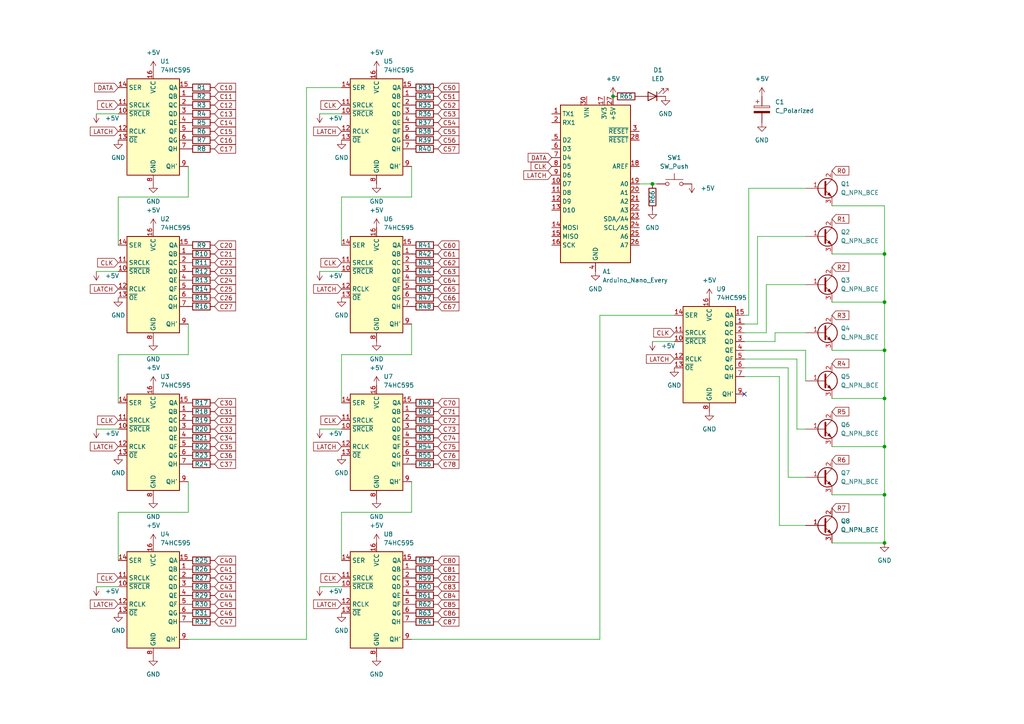
<source format=kicad_sch>
(kicad_sch (version 20211123) (generator eeschema)
  (paper "A4")
  (title_block (title "8x8 LED Cube") (date "2022-12-01") (rev "1") (company "Marinkovic"))
  (lib_symbols
    (symbol "74xx:74HC595"
      (property "Reference" "U" (at -7.62 13.97 0))
      (property "Value" "74HC595" (at -7.62 -16.51 0))
      (symbol "74HC595_1_0"
        (pin tri_state line (at 10.16 7.62 180) (length 2.54) (name "QB") (number "1"))
        (pin input line (at -10.16 2.54 0) (length 2.54) (name "~{SRCLR}") (number "10"))
        (pin input line (at -10.16 5.08 0) (length 2.54) (name "SRCLK") (number "11"))
        (pin input line (at -10.16 -2.54 0) (length 2.54) (name "RCLK") (number "12"))
        (pin input line (at -10.16 -5.08 0) (length 2.54) (name "~{OE}") (number "13"))
        (pin input line (at -10.16 10.16 0) (length 2.54) (name "SER") (number "14"))
        (pin tri_state line (at 10.16 10.16 180) (length 2.54) (name "QA") (number "15"))
        (pin power_in line (at 0 15.24 270) (length 2.54) (name "VCC") (number "16"))
        (pin tri_state line (at 10.16 5.08 180) (length 2.54) (name "QC") (number "2"))
        (pin tri_state line (at 10.16 2.54 180) (length 2.54) (name "QD") (number "3"))
        (pin tri_state line (at 10.16 0 180) (length 2.54) (name "QE") (number "4"))
        (pin tri_state line (at 10.16 -2.54 180) (length 2.54) (name "QF") (number "5"))
        (pin tri_state line (at 10.16 -5.08 180) (length 2.54) (name "QG") (number "6"))
        (pin tri_state line (at 10.16 -7.62 180) (length 2.54) (name "QH") (number "7"))
        (pin power_in line (at 0 -17.78 90) (length 2.54) (name "GND") (number "8"))
        (pin output line (at 10.16 -12.7 180) (length 2.54) (name "QH'") (number "9"))
      )
      (symbol "74HC595_1_1"
        (rectangle (start -7.62 12.7) (end 7.62 -15.24) (stroke (width 0.254)) (fill (type background)))
      )
    )
    (symbol "Device:C_Polarized" (pin_numbers hide) (pin_names (offset 0.254))
      (property "Reference" "C" (at 0.635 2.54 0))
      (property "Value" "C_Polarized" (at 0.635 -2.54 0))
      (symbol "C_Polarized_0_1"
        (rectangle (start -2.286 0.508) (end 2.286 1.016))
        (polyline (pts (xy -1.778 2.286) (xy -0.762 2.286)))
        (polyline (pts (xy -1.27 2.794) (xy -1.27 1.778)))
        (rectangle (start 2.286 -0.508) (end -2.286 -1.016) (fill (type outline)))
      )
      (symbol "C_Polarized_1_1"
        (pin passive line (at 0 3.81 270) (length 2.794) (name "~") (number "1"))
        (pin passive line (at 0 -3.81 90) (length 2.794) (name "~") (number "2"))
      )
    )
    (symbol "Device:LED" (pin_numbers hide) (pin_names (offset 1.016) hide)
      (property "Reference" "D" (at 0 2.54 0))
      (property "Value" "LED" (at 0 -2.54 0))
      (symbol "LED_0_1"
        (polyline (pts (xy -1.27 -1.27) (xy -1.27 1.27)) (stroke (width 0.254)))
        (polyline (pts (xy -1.27 0) (xy 1.27 0)))
        (polyline (pts (xy 1.27 -1.27) (xy 1.27 1.27) (xy -1.27 0) (xy 1.27 -1.27)) (stroke (width 0.254)))
        (polyline (pts (xy -3.048 -0.762) (xy -4.572 -2.286) (xy -3.81 -2.286) (xy -4.572 -2.286) (xy -4.572 -1.524)))
        (polyline (pts (xy -1.778 -0.762) (xy -3.302 -2.286) (xy -2.54 -2.286) (xy -3.302 -2.286) (xy -3.302 -1.524)))
      )
      (symbol "LED_1_1"
        (pin passive line (at -3.81 0 0) (length 2.54) (name "K") (number "1"))
        (pin passive line (at 3.81 0 180) (length 2.54) (name "A") (number "2"))
      )
    )
    (symbol "Device:Q_NPN_BCE" (pin_names (offset 0) hide)
      (property "Reference" "Q" (at 5.08 1.27 0))
      (property "Value" "Q_NPN_BCE" (at 5.08 -1.27 0))
      (symbol "Q_NPN_BCE_0_1"
        (polyline (pts (xy 0.635 0.635) (xy 2.54 2.54)))
        (polyline (pts (xy 0.635 -0.635) (xy 2.54 -2.54) (xy 2.54 -2.54)))
        (polyline (pts (xy 0.635 1.905) (xy 0.635 -1.905) (xy 0.635 -1.905)) (stroke (width 0.508)))
        (polyline (pts (xy 1.27 -1.778) (xy 1.778 -1.27) (xy 2.286 -2.286) (xy 1.27 -1.778) (xy 1.27 -1.778)) (fill (type outline)))
        (circle (center 1.27 0) (radius 2.8194) (stroke (width 0.254)))
      )
      (symbol "Q_NPN_BCE_1_1"
        (pin input line (at -5.08 0 0) (length 5.715) (name "B") (number "1"))
        (pin passive line (at 2.54 5.08 270) (length 2.54) (name "C") (number "2"))
        (pin passive line (at 2.54 -5.08 90) (length 2.54) (name "E") (number "3"))
      )
    )
    (symbol "Device:R" (pin_numbers hide) (pin_names (offset 0))
      (property "Reference" "R" (at 2.032 0 90))
      (property "Value" "R" (at 0 0 90))
      (symbol "R_0_1"
        (rectangle (start -1.016 -2.54) (end 1.016 2.54) (stroke (width 0.254)))
      )
      (symbol "R_1_1"
        (pin passive line (at 0 3.81 270) (length 1.27) (name "~") (number "1"))
        (pin passive line (at 0 -3.81 90) (length 1.27) (name "~") (number "2"))
      )
    )
    (symbol "MCU_Module:Arduino_Nano_Every"
      (property "Reference" "A" (at -10.16 23.495 0))
      (property "Value" "Arduino_Nano_Every" (at 5.08 -24.13 0))
      (symbol "Arduino_Nano_Every_0_1"
        (rectangle (start -10.16 22.86) (end 10.16 -22.86) (stroke (width 0.254)) (fill (type background)))
      )
      (symbol "Arduino_Nano_Every_1_1"
        (pin bidirectional line (at -12.7 20.32 0) (length 2.54) (name "TX1") (number "1"))
        (pin bidirectional line (at -12.7 0 0) (length 2.54) (name "D7") (number "10"))
        (pin bidirectional line (at -12.7 -2.54 0) (length 2.54) (name "D8") (number "11"))
        (pin bidirectional line (at -12.7 -5.08 0) (length 2.54) (name "D9") (number "12"))
        (pin bidirectional line (at -12.7 -7.62 0) (length 2.54) (name "D10") (number "13"))
        (pin bidirectional line (at -12.7 -12.7 0) (length 2.54) (name "MOSI") (number "14"))
        (pin bidirectional line (at -12.7 -15.24 0) (length 2.54) (name "MISO") (number "15"))
        (pin bidirectional line (at -12.7 -17.78 0) (length 2.54) (name "SCK") (number "16"))
        (pin power_out line (at 2.54 25.4 270) (length 2.54) (name "3V3") (number "17"))
        (pin input line (at 12.7 5.08 180) (length 2.54) (name "AREF") (number "18"))
        (pin bidirectional line (at 12.7 0 180) (length 2.54) (name "A0") (number "19"))
        (pin bidirectional line (at -12.7 17.78 0) (length 2.54) (name "RX1") (number "2"))
        (pin bidirectional line (at 12.7 -2.54 180) (length 2.54) (name "A1") (number "20"))
        (pin bidirectional line (at 12.7 -5.08 180) (length 2.54) (name "A2") (number "21"))
        (pin bidirectional line (at 12.7 -7.62 180) (length 2.54) (name "A3") (number "22"))
        (pin bidirectional line (at 12.7 -10.16 180) (length 2.54) (name "SDA/A4") (number "23"))
        (pin bidirectional line (at 12.7 -12.7 180) (length 2.54) (name "SCL/A5") (number "24"))
        (pin bidirectional line (at 12.7 -15.24 180) (length 2.54) (name "A6") (number "25"))
        (pin bidirectional line (at 12.7 -17.78 180) (length 2.54) (name "A7") (number "26"))
        (pin power_out line (at 5.08 25.4 270) (length 2.54) (name "+5V") (number "27"))
        (pin input line (at 12.7 12.7 180) (length 2.54) (name "~{RESET}") (number "28"))
        (pin passive line (at 0 -25.4 90) (length 2.54) hide (name "GND") (number "29"))
        (pin input line (at 12.7 15.24 180) (length 2.54) (name "~{RESET}") (number "3"))
        (pin power_in line (at -2.54 25.4 270) (length 2.54) (name "VIN") (number "30"))
        (pin power_in line (at 0 -25.4 90) (length 2.54) (name "GND") (number "4"))
        (pin bidirectional line (at -12.7 12.7 0) (length 2.54) (name "D2") (number "5"))
        (pin bidirectional line (at -12.7 10.16 0) (length 2.54) (name "D3") (number "6"))
        (pin bidirectional line (at -12.7 7.62 0) (length 2.54) (name "D4") (number "7"))
        (pin bidirectional line (at -12.7 5.08 0) (length 2.54) (name "D5") (number "8"))
        (pin bidirectional line (at -12.7 2.54 0) (length 2.54) (name "D6") (number "9"))
      )
    )
    (symbol "Switch:SW_Push" (pin_numbers hide) (pin_names (offset 1.016) hide)
      (property "Reference" "SW" (at 1.27 2.54 0))
      (property "Value" "SW_Push" (at 0 -1.524 0))
      (symbol "SW_Push_0_1"
        (circle (center -2.032 0) (radius 0.508))
        (polyline (pts (xy 0 1.27) (xy 0 3.048)))
        (polyline (pts (xy 2.54 1.27) (xy -2.54 1.27)))
        (circle (center 2.032 0) (radius 0.508))
        (pin passive line (at -5.08 0 0) (length 2.54) (name "1") (number "1"))
        (pin passive line (at 5.08 0 180) (length 2.54) (name "2") (number "2"))
      )
    )
    (symbol "power:+5V" (power) (pin_names (offset 0))
      (property "Value" "+5V" (at 0 3.556 0))
      (symbol "+5V_0_1"
        (polyline (pts (xy -0.762 1.27) (xy 0 2.54)))
        (polyline (pts (xy 0 0) (xy 0 2.54)))
        (polyline (pts (xy 0 2.54) (xy 0.762 1.27)))
      )
      (symbol "+5V_1_1"
        (pin power_in line (at 0 0 90) (length 0) hide (name "+5V") (number "1"))
      )
    )
    (symbol "power:GND" (power) (pin_names (offset 0))
      (property "Value" "GND" (at 0 -3.81 0))
      (symbol "GND_0_1"
        (polyline (pts (xy 0 0) (xy 0 -1.27) (xy 1.27 -1.27) (xy 0 -2.54) (xy -1.27 -1.27) (xy 0 -1.27)))
      )
      (symbol "GND_1_1"
        (pin power_in line (at 0 0 270) (length 0) hide (name "GND") (number "1"))
      )
    )
  )
  (junction (at 177.8 27.94))
  (junction (at 256.54 115.57))
  (junction (at 256.54 87.63))
  (junction (at 256.54 73.66))
  (junction (at 189.23 53.34))
  (junction (at 256.54 129.54))
  (junction (at 256.54 157.48))
  (junction (at 256.54 143.51))
  (junction (at 256.54 101.6))
  (no_connect (at 215.9 114.3))
  (wire (pts (xy 88.9 25.4) (xy 99.06 25.4)))
  (wire (pts (xy 92.71 33.02) (xy 99.06 33.02)))
  (wire (pts (xy 54.61 48.26) (xy 54.61 57.15)))
  (wire (pts (xy 228.6 106.68) (xy 228.6 138.43)))
  (wire (pts (xy 256.54 157.48) (xy 241.3 157.48)))
  (wire (pts (xy 92.71 78.74) (xy 99.06 78.74)))
  (wire (pts (xy 215.9 96.52) (xy 222.25 96.52)))
  (wire (pts (xy 119.38 185.42) (xy 173.99 185.42)))
  (wire (pts (xy 92.71 170.18) (xy 99.06 170.18)))
  (wire (pts (xy 256.54 73.66) (xy 256.54 87.63)))
  (wire (pts (xy 233.68 101.6) (xy 233.68 110.49)))
  (wire (pts (xy 241.3 59.69) (xy 256.54 59.69)))
  (wire (pts (xy 34.29 102.87) (xy 34.29 116.84)))
  (wire (pts (xy 173.99 91.44) (xy 195.58 91.44)))
  (wire (pts (xy 88.9 185.42) (xy 88.9 25.4)))
  (wire (pts (xy 54.61 148.59) (xy 34.29 148.59)))
  (wire (pts (xy 256.54 115.57) (xy 256.54 129.54)))
  (wire (pts (xy 54.61 57.15) (xy 34.29 57.15)))
  (wire (pts (xy 119.38 139.7) (xy 119.38 148.59)))
  (wire (pts (xy 215.9 101.6) (xy 233.68 101.6)))
  (wire (pts (xy 224.79 96.52) (xy 233.68 96.52)))
  (wire (pts (xy 256.54 115.57) (xy 241.3 115.57)))
  (wire (pts (xy 119.38 93.98) (xy 119.38 102.87)))
  (wire (pts (xy 231.14 124.46) (xy 233.68 124.46)))
  (wire (pts (xy 215.9 106.68) (xy 228.6 106.68)))
  (wire (pts (xy 34.29 57.15) (xy 34.29 71.12)))
  (wire (pts (xy 185.42 53.34) (xy 189.23 53.34)))
  (wire (pts (xy 27.94 124.46) (xy 34.29 124.46)))
  (wire (pts (xy 173.99 185.42) (xy 173.99 91.44)))
  (wire (pts (xy 99.06 102.87) (xy 99.06 116.84)))
  (wire (pts (xy 119.38 148.59) (xy 99.06 148.59)))
  (wire (pts (xy 226.06 109.22) (xy 215.9 109.22)))
  (wire (pts (xy 92.71 124.46) (xy 99.06 124.46)))
  (wire (pts (xy 119.38 48.26) (xy 119.38 57.15)))
  (wire (pts (xy 27.94 33.02) (xy 34.29 33.02)))
  (wire (pts (xy 256.54 59.69) (xy 256.54 73.66)))
  (wire (pts (xy 27.94 170.18) (xy 34.29 170.18)))
  (wire (pts (xy 231.14 104.14) (xy 231.14 124.46)))
  (wire (pts (xy 215.9 104.14) (xy 231.14 104.14)))
  (wire (pts (xy 189.23 99.06) (xy 195.58 99.06)))
  (wire (pts (xy 256.54 143.51) (xy 241.3 143.51)))
  (wire (pts (xy 228.6 138.43) (xy 233.68 138.43)))
  (wire (pts (xy 256.54 87.63) (xy 256.54 101.6)))
  (wire (pts (xy 54.61 139.7) (xy 54.61 148.59)))
  (wire (pts (xy 217.17 91.44) (xy 217.17 54.61)))
  (wire (pts (xy 222.25 96.52) (xy 222.25 82.55)))
  (wire (pts (xy 222.25 82.55) (xy 233.68 82.55)))
  (wire (pts (xy 34.29 148.59) (xy 34.29 162.56)))
  (wire (pts (xy 241.3 73.66) (xy 256.54 73.66)))
  (wire (pts (xy 54.61 185.42) (xy 88.9 185.42)))
  (wire (pts (xy 241.3 87.63) (xy 256.54 87.63)))
  (wire (pts (xy 219.71 93.98) (xy 219.71 68.58)))
  (wire (pts (xy 219.71 68.58) (xy 233.68 68.58)))
  (wire (pts (xy 256.54 101.6) (xy 256.54 115.57)))
  (wire (pts (xy 54.61 102.87) (xy 34.29 102.87)))
  (wire (pts (xy 119.38 57.15) (xy 99.06 57.15)))
  (wire (pts (xy 215.9 99.06) (xy 224.79 99.06)))
  (wire (pts (xy 27.94 78.74) (xy 34.29 78.74)))
  (wire (pts (xy 256.54 129.54) (xy 241.3 129.54)))
  (wire (pts (xy 256.54 101.6) (xy 241.3 101.6)))
  (wire (pts (xy 224.79 99.06) (xy 224.79 96.52)))
  (wire (pts (xy 256.54 129.54) (xy 256.54 143.51)))
  (wire (pts (xy 215.9 91.44) (xy 217.17 91.44)))
  (wire (pts (xy 189.23 53.34) (xy 190.5 53.34)))
  (wire (pts (xy 119.38 102.87) (xy 99.06 102.87)))
  (wire (pts (xy 99.06 57.15) (xy 99.06 71.12)))
  (wire (pts (xy 226.06 152.4) (xy 226.06 109.22)))
  (wire (pts (xy 54.61 93.98) (xy 54.61 102.87)))
  (wire (pts (xy 217.17 54.61) (xy 233.68 54.61)))
  (wire (pts (xy 215.9 93.98) (xy 219.71 93.98)))
  (wire (pts (xy 99.06 148.59) (xy 99.06 162.56)))
  (wire (pts (xy 256.54 143.51) (xy 256.54 157.48)))
  (wire (pts (xy 233.68 152.4) (xy 226.06 152.4)))
  (global_label "DATA" (shape input) (at 34.29 25.4 180) (property "Intersheet References" "${INTERSHEET_REFS}" (effects hide)))
  (global_label "C23" (shape input) (at 62.23 78.74 0) (property "Intersheet References" "${INTERSHEET_REFS}" (effects hide)))
  (global_label "C43" (shape input) (at 62.23 170.18 0) (property "Intersheet References" "${INTERSHEET_REFS}" (effects hide)))
  (global_label "C16" (shape input) (at 62.23 40.64 0) (property "Intersheet References" "${INTERSHEET_REFS}" (effects hide)))
  (global_label "LATCH" (shape input) (at 99.06 175.26 180) (property "Intersheet References" "${INTERSHEET_REFS}" (effects hide)))
  (global_label "LATCH" (shape input) (at 34.29 175.26 180) (property "Intersheet References" "${INTERSHEET_REFS}" (effects hide)))
  (global_label "C13" (shape input) (at 62.23 33.02 0) (property "Intersheet References" "${INTERSHEET_REFS}" (effects hide)))
  (global_label "C83" (shape input) (at 127 170.18 0) (property "Intersheet References" "${INTERSHEET_REFS}" (effects hide)))
  (global_label "CLK" (shape input) (at 34.29 167.64 180) (property "Intersheet References" "${INTERSHEET_REFS}" (effects hide)))
  (global_label "CLK" (shape input) (at 34.29 121.92 180) (property "Intersheet References" "${INTERSHEET_REFS}" (effects hide)))
  (global_label "CLK" (shape input) (at 34.29 30.48 180) (property "Intersheet References" "${INTERSHEET_REFS}" (effects hide)))
  (global_label "C26" (shape input) (at 62.23 86.36 0) (property "Intersheet References" "${INTERSHEET_REFS}" (effects hide)))
  (global_label "C62" (shape input) (at 127 76.2 0) (property "Intersheet References" "${INTERSHEET_REFS}" (effects hide)))
  (global_label "C54" (shape input) (at 127 35.56 0) (property "Intersheet References" "${INTERSHEET_REFS}" (effects hide)))
  (global_label "C45" (shape input) (at 62.23 175.26 0) (property "Intersheet References" "${INTERSHEET_REFS}" (effects hide)))
  (global_label "C46" (shape input) (at 62.23 177.8 0) (property "Intersheet References" "${INTERSHEET_REFS}" (effects hide)))
  (global_label "C53" (shape input) (at 127 33.02 0) (property "Intersheet References" "${INTERSHEET_REFS}" (effects hide)))
  (global_label "C14" (shape input) (at 62.23 35.56 0) (property "Intersheet References" "${INTERSHEET_REFS}" (effects hide)))
  (global_label "R6" (shape input) (at 241.3 133.35 0) (property "Intersheet References" "${INTERSHEET_REFS}" (effects hide)))
  (global_label "C81" (shape input) (at 127 165.1 0) (property "Intersheet References" "${INTERSHEET_REFS}" (effects hide)))
  (global_label "C73" (shape input) (at 127 124.46 0) (property "Intersheet References" "${INTERSHEET_REFS}" (effects hide)))
  (global_label "C15" (shape input) (at 62.23 38.1 0) (property "Intersheet References" "${INTERSHEET_REFS}" (effects hide)))
  (global_label "CLK" (shape input) (at 195.58 96.52 180) (property "Intersheet References" "${INTERSHEET_REFS}" (effects hide)))
  (global_label "C42" (shape input) (at 62.23 167.64 0) (property "Intersheet References" "${INTERSHEET_REFS}" (effects hide)))
  (global_label "C55" (shape input) (at 127 38.1 0) (property "Intersheet References" "${INTERSHEET_REFS}" (effects hide)))
  (global_label "C34" (shape input) (at 62.23 127 0) (property "Intersheet References" "${INTERSHEET_REFS}" (effects hide)))
  (global_label "C56" (shape input) (at 127 40.64 0) (property "Intersheet References" "${INTERSHEET_REFS}" (effects hide)))
  (global_label "C70" (shape input) (at 127 116.84 0) (property "Intersheet References" "${INTERSHEET_REFS}" (effects hide)))
  (global_label "C11" (shape input) (at 62.23 27.94 0) (property "Intersheet References" "${INTERSHEET_REFS}" (effects hide)))
  (global_label "C41" (shape input) (at 62.23 165.1 0) (property "Intersheet References" "${INTERSHEET_REFS}" (effects hide)))
  (global_label "C82" (shape input) (at 127 167.64 0) (property "Intersheet References" "${INTERSHEET_REFS}" (effects hide)))
  (global_label "C84" (shape input) (at 127 172.72 0) (property "Intersheet References" "${INTERSHEET_REFS}" (effects hide)))
  (global_label "C52" (shape input) (at 127 30.48 0) (property "Intersheet References" "${INTERSHEET_REFS}" (effects hide)))
  (global_label "C22" (shape input) (at 62.23 76.2 0) (property "Intersheet References" "${INTERSHEET_REFS}" (effects hide)))
  (global_label "C24" (shape input) (at 62.23 81.28 0) (property "Intersheet References" "${INTERSHEET_REFS}" (effects hide)))
  (global_label "LATCH" (shape input) (at 99.06 83.82 180) (property "Intersheet References" "${INTERSHEET_REFS}" (effects hide)))
  (global_label "LATCH" (shape input) (at 34.29 83.82 180) (property "Intersheet References" "${INTERSHEET_REFS}" (effects hide)))
  (global_label "CLK" (shape input) (at 160.02 48.26 180) (property "Intersheet References" "${INTERSHEET_REFS}" (effects hide)))
  (global_label "R7" (shape input) (at 241.3 147.32 0) (property "Intersheet References" "${INTERSHEET_REFS}" (effects hide)))
  (global_label "C32" (shape input) (at 62.23 121.92 0) (property "Intersheet References" "${INTERSHEET_REFS}" (effects hide)))
  (global_label "C63" (shape input) (at 127 78.74 0) (property "Intersheet References" "${INTERSHEET_REFS}" (effects hide)))
  (global_label "R4" (shape input) (at 241.3 105.41 0) (property "Intersheet References" "${INTERSHEET_REFS}" (effects hide)))
  (global_label "CLK" (shape input) (at 99.06 121.92 180) (property "Intersheet References" "${INTERSHEET_REFS}" (effects hide)))
  (global_label "C75" (shape input) (at 127 129.54 0) (property "Intersheet References" "${INTERSHEET_REFS}" (effects hide)))
  (global_label "C71" (shape input) (at 127 119.38 0) (property "Intersheet References" "${INTERSHEET_REFS}" (effects hide)))
  (global_label "C65" (shape input) (at 127 83.82 0) (property "Intersheet References" "${INTERSHEET_REFS}" (effects hide)))
  (global_label "C78" (shape input) (at 127 134.62 0) (property "Intersheet References" "${INTERSHEET_REFS}" (effects hide)))
  (global_label "C40" (shape input) (at 62.23 162.56 0) (property "Intersheet References" "${INTERSHEET_REFS}" (effects hide)))
  (global_label "C66" (shape input) (at 127 86.36 0) (property "Intersheet References" "${INTERSHEET_REFS}" (effects hide)))
  (global_label "C85" (shape input) (at 127 175.26 0) (property "Intersheet References" "${INTERSHEET_REFS}" (effects hide)))
  (global_label "LATCH" (shape input) (at 34.29 38.1 180) (property "Intersheet References" "${INTERSHEET_REFS}" (effects hide)))
  (global_label "R2" (shape input) (at 241.3 77.47 0) (property "Intersheet References" "${INTERSHEET_REFS}" (effects hide)))
  (global_label "DATA" (shape input) (at 160.02 45.72 180) (property "Intersheet References" "${INTERSHEET_REFS}" (effects hide)))
  (global_label "C10" (shape input) (at 62.23 25.4 0) (property "Intersheet References" "${INTERSHEET_REFS}" (effects hide)))
  (global_label "C76" (shape input) (at 127 132.08 0) (property "Intersheet References" "${INTERSHEET_REFS}" (effects hide)))
  (global_label "C31" (shape input) (at 62.23 119.38 0) (property "Intersheet References" "${INTERSHEET_REFS}" (effects hide)))
  (global_label "R0" (shape input) (at 241.3 49.53 0) (property "Intersheet References" "${INTERSHEET_REFS}" (effects hide)))
  (global_label "C60" (shape input) (at 127 71.12 0) (property "Intersheet References" "${INTERSHEET_REFS}" (effects hide)))
  (global_label "C33" (shape input) (at 62.23 124.46 0) (property "Intersheet References" "${INTERSHEET_REFS}" (effects hide)))
  (global_label "C74" (shape input) (at 127 127 0) (property "Intersheet References" "${INTERSHEET_REFS}" (effects hide)))
  (global_label "CLK" (shape input) (at 34.29 76.2 180) (property "Intersheet References" "${INTERSHEET_REFS}" (effects hide)))
  (global_label "R1" (shape input) (at 241.3 63.5 0) (property "Intersheet References" "${INTERSHEET_REFS}" (effects hide)))
  (global_label "CLK" (shape input) (at 99.06 167.64 180) (property "Intersheet References" "${INTERSHEET_REFS}" (effects hide)))
  (global_label "C12" (shape input) (at 62.23 30.48 0) (property "Intersheet References" "${INTERSHEET_REFS}" (effects hide)))
  (global_label "C57" (shape input) (at 127 43.18 0) (property "Intersheet References" "${INTERSHEET_REFS}" (effects hide)))
  (global_label "CLK" (shape input) (at 99.06 76.2 180) (property "Intersheet References" "${INTERSHEET_REFS}" (effects hide)))
  (global_label "C27" (shape input) (at 62.23 88.9 0) (property "Intersheet References" "${INTERSHEET_REFS}" (effects hide)))
  (global_label "C80" (shape input) (at 127 162.56 0) (property "Intersheet References" "${INTERSHEET_REFS}" (effects hide)))
  (global_label "R5" (shape input) (at 241.3 119.38 0) (property "Intersheet References" "${INTERSHEET_REFS}" (effects hide)))
  (global_label "C20" (shape input) (at 62.23 71.12 0) (property "Intersheet References" "${INTERSHEET_REFS}" (effects hide)))
  (global_label "C36" (shape input) (at 62.23 132.08 0) (property "Intersheet References" "${INTERSHEET_REFS}" (effects hide)))
  (global_label "LATCH" (shape input) (at 99.06 38.1 180) (property "Intersheet References" "${INTERSHEET_REFS}" (effects hide)))
  (global_label "LATCH" (shape input) (at 195.58 104.14 180) (property "Intersheet References" "${INTERSHEET_REFS}" (effects hide)))
  (global_label "C67" (shape input) (at 127 88.9 0) (property "Intersheet References" "${INTERSHEET_REFS}" (effects hide)))
  (global_label "C21" (shape input) (at 62.23 73.66 0) (property "Intersheet References" "${INTERSHEET_REFS}" (effects hide)))
  (global_label "C50" (shape input) (at 127 25.4 0) (property "Intersheet References" "${INTERSHEET_REFS}" (effects hide)))
  (global_label "C47" (shape input) (at 62.23 180.34 0) (property "Intersheet References" "${INTERSHEET_REFS}" (effects hide)))
  (global_label "R3" (shape input) (at 241.3 91.44 0) (property "Intersheet References" "${INTERSHEET_REFS}" (effects hide)))
  (global_label "C25" (shape input) (at 62.23 83.82 0) (property "Intersheet References" "${INTERSHEET_REFS}" (effects hide)))
  (global_label "C17" (shape input) (at 62.23 43.18 0) (property "Intersheet References" "${INTERSHEET_REFS}" (effects hide)))
  (global_label "C35" (shape input) (at 62.23 129.54 0) (property "Intersheet References" "${INTERSHEET_REFS}" (effects hide)))
  (global_label "C37" (shape input) (at 62.23 134.62 0) (property "Intersheet References" "${INTERSHEET_REFS}" (effects hide)))
  (global_label "C44" (shape input) (at 62.23 172.72 0) (property "Intersheet References" "${INTERSHEET_REFS}" (effects hide)))
  (global_label "C64" (shape input) (at 127 81.28 0) (property "Intersheet References" "${INTERSHEET_REFS}" (effects hide)))
  (global_label "C87" (shape input) (at 127 180.34 0) (property "Intersheet References" "${INTERSHEET_REFS}" (effects hide)))
  (global_label "LATCH" (shape input) (at 99.06 129.54 180) (property "Intersheet References" "${INTERSHEET_REFS}" (effects hide)))
  (global_label "C72" (shape input) (at 127 121.92 0) (property "Intersheet References" "${INTERSHEET_REFS}" (effects hide)))
  (global_label "C51" (shape input) (at 127 27.94 0) (property "Intersheet References" "${INTERSHEET_REFS}" (effects hide)))
  (global_label "C86" (shape input) (at 127 177.8 0) (property "Intersheet References" "${INTERSHEET_REFS}" (effects hide)))
  (global_label "LATCH" (shape input) (at 160.02 50.8 180) (property "Intersheet References" "${INTERSHEET_REFS}" (effects hide)))
  (global_label "C61" (shape input) (at 127 73.66 0) (property "Intersheet References" "${INTERSHEET_REFS}" (effects hide)))
  (global_label "LATCH" (shape input) (at 34.29 129.54 180) (property "Intersheet References" "${INTERSHEET_REFS}" (effects hide)))
  (global_label "CLK" (shape input) (at 99.06 30.48 180) (property "Intersheet References" "${INTERSHEET_REFS}" (effects hide)))
  (global_label "C30" (shape input) (at 62.23 116.84 0) (property "Intersheet References" "${INTERSHEET_REFS}" (effects hide)))
  (symbol (lib_id "Device:R") (at 123.19 83.82 90) (unit 1)
    (property "Reference" "R46" (at 123.19 83.82 90))
    (property "Value" "R" (effects hide))
  )
  (symbol (lib_id "power:GND") (at 256.54 157.48 0) (unit 1)
    (property "Reference" "#PWR037" (effects hide))
    (property "Value" "GND" (at 256.54 162.56 0))
  )
  (symbol (lib_id "Device:R") (at 123.19 172.72 90) (unit 1)
    (property "Reference" "R61" (at 123.19 172.72 90))
    (property "Value" "R" (effects hide))
  )
  (symbol (lib_id "Device:R") (at 58.42 40.64 90) (unit 1)
    (property "Reference" "R7" (at 58.42 40.64 90))
    (property "Value" "R" (effects hide))
  )
  (symbol (lib_id "Device:R") (at 58.42 83.82 90) (unit 1)
    (property "Reference" "R14" (at 58.42 83.82 90))
    (property "Value" "R" (effects hide))
  )
  (symbol (lib_id "Device:R") (at 123.19 124.46 90) (unit 1)
    (property "Reference" "R52" (at 123.19 124.46 90))
    (property "Value" "R" (effects hide))
  )
  (symbol (lib_id "Device:R") (at 123.19 35.56 90) (unit 1)
    (property "Reference" "R37" (at 123.19 35.56 90))
    (property "Value" "R" (effects hide))
  )
  (symbol (lib_id "Device:R") (at 123.19 175.26 90) (unit 1)
    (property "Reference" "R62" (at 123.19 175.26 90))
    (property "Value" "R" (effects hide))
  )
  (symbol (lib_id "Device:R") (at 123.19 33.02 90) (unit 1)
    (property "Reference" "R36" (at 123.19 33.02 90))
    (property "Value" "R" (effects hide))
  )
  (symbol (lib_id "Device:R") (at 58.42 27.94 90) (unit 1)
    (property "Reference" "R2" (at 58.42 27.94 90))
    (property "Value" "R" (effects hide))
  )
  (symbol (lib_id "Device:R") (at 123.19 40.64 90) (unit 1)
    (property "Reference" "R39" (at 123.19 40.64 90))
    (property "Value" "R" (effects hide))
  )
  (symbol (lib_id "power:+5V") (at 92.71 78.74 180) (unit 1)
    (property "Reference" "#PWR018" (effects hide))
    (property "Value" "+5V" (at 95.25 80.0099 0) (effects (justify right)))
  )
  (symbol (lib_id "Device:R") (at 58.42 43.18 90) (unit 1)
    (property "Reference" "R8" (at 58.42 43.18 90))
    (property "Value" "R" (effects hide))
  )
  (symbol (lib_id "Device:R") (at 58.42 121.92 90) (unit 1)
    (property "Reference" "R19" (at 58.42 121.92 90))
    (property "Value" "R" (effects hide))
  )
  (symbol (lib_id "power:GND") (at 99.06 132.08 0) (unit 1)
    (property "Reference" "#PWR023" (effects hide))
    (property "Value" "GND" (at 99.06 137.16 0))
  )
  (symbol (lib_id "Device:Q_NPN_BCE") (at 238.76 96.52 0) (unit 1)
    (property "Reference" "Q4" (at 243.84 95.2499 0) (effects (justify left)))
    (property "Value" "Q_NPN_BCE" (at 243.84 97.7899 0) (effects (justify left)))
  )
  (symbol (lib_id "Device:Q_NPN_BCE") (at 238.76 124.46 0) (unit 1)
    (property "Reference" "Q6" (at 243.84 123.1899 0) (effects (justify left)))
    (property "Value" "Q_NPN_BCE" (at 243.84 125.7299 0) (effects (justify left)))
  )
  (symbol (lib_id "74xx:74HC595") (at 44.45 127 0) (unit 1)
    (property "Reference" "U3" (at 46.4694 109.22 0) (effects (justify left)))
    (property "Value" "74HC595" (at 46.4694 111.76 0) (effects (justify left)))
    (property "Datasheet" "http://www.ti.com/lit/ds/symlink/sn74hc595.pdf" (effects hide))
  )
  (symbol (lib_id "74xx:74HC595") (at 109.22 35.56 0) (unit 1)
    (property "Reference" "U5" (at 111.2394 17.78 0) (effects (justify left)))
    (property "Value" "74HC595" (at 111.2394 20.32 0) (effects (justify left)))
    (property "Datasheet" "http://www.ti.com/lit/ds/symlink/sn74hc595.pdf" (effects hide))
  )
  (symbol (lib_id "power:GND") (at 34.29 132.08 0) (unit 1)
    (property "Reference" "#PWR07" (effects hide))
    (property "Value" "GND" (at 34.29 137.16 0))
  )
  (symbol (lib_id "power:GND") (at 44.45 53.34 0) (unit 1)
    (property "Reference" "#PWR010" (effects hide))
    (property "Value" "GND" (at 44.45 58.42 0))
  )
  (symbol (lib_id "Device:R") (at 58.42 162.56 90) (unit 1)
    (property "Reference" "R25" (at 58.42 162.56 90))
    (property "Value" "R" (effects hide))
  )
  (symbol (lib_id "Switch:SW_Push") (at 195.58 53.34 0) (unit 1)
    (property "Reference" "SW1" (at 195.58 45.72 0))
    (property "Value" "SW_Push" (at 195.58 48.26 0))
  )
  (symbol (lib_id "Device:R") (at 123.19 43.18 90) (unit 1)
    (property "Reference" "R40" (at 123.19 43.18 90))
    (property "Value" "R" (effects hide))
  )
  (symbol (lib_id "Device:R") (at 58.42 33.02 90) (unit 1)
    (property "Reference" "R4" (at 58.42 33.02 90))
    (property "Value" "R" (effects hide))
  )
  (symbol (lib_id "Device:R") (at 123.19 78.74 90) (unit 1)
    (property "Reference" "R44" (at 123.19 78.74 90))
    (property "Value" "R" (effects hide))
  )
  (symbol (lib_id "Device:R") (at 123.19 71.12 90) (unit 1)
    (property "Reference" "R41" (at 123.19 71.12 90))
    (property "Value" "R" (effects hide))
  )
  (symbol (lib_id "Device:R") (at 123.19 76.2 90) (unit 1)
    (property "Reference" "R43" (at 123.19 76.2 90))
    (property "Value" "R" (effects hide))
  )
  (symbol (lib_id "Device:R") (at 123.19 127 90) (unit 1)
    (property "Reference" "R53" (at 123.19 127 90))
    (property "Value" "R" (effects hide))
  )
  (symbol (lib_id "Device:Q_NPN_BCE") (at 238.76 138.43 0) (unit 1)
    (property "Reference" "Q7" (at 243.84 137.1599 0) (effects (justify left)))
    (property "Value" "Q_NPN_BCE" (at 243.84 139.6999 0) (effects (justify left)))
  )
  (symbol (lib_id "power:GND") (at 109.22 99.06 0) (unit 1)
    (property "Reference" "#PWR028" (effects hide))
    (property "Value" "GND" (at 109.22 104.14 0))
  )
  (symbol (lib_id "Device:R") (at 58.42 127 90) (unit 1)
    (property "Reference" "R21" (at 58.42 127 90))
    (property "Value" "R" (effects hide))
  )
  (symbol (lib_id "power:+5V") (at 177.8 27.94 0) (unit 1)
    (property "Reference" "#PWR039" (effects hide))
    (property "Value" "+5V" (at 177.8 22.86 0))
  )
  (symbol (lib_id "Device:R") (at 58.42 134.62 90) (unit 1)
    (property "Reference" "R24" (at 58.42 134.62 90))
    (property "Value" "R" (effects hide))
  )
  (symbol (lib_id "Device:R") (at 189.23 57.15 180) (unit 1)
    (property "Reference" "R66" (at 189.23 57.15 90))
    (property "Value" "R" (effects hide))
  )
  (symbol (lib_id "Device:R") (at 123.19 165.1 90) (unit 1)
    (property "Reference" "R58" (at 123.19 165.1 90))
    (property "Value" "R" (effects hide))
  )
  (symbol (lib_id "Device:R") (at 123.19 25.4 90) (unit 1)
    (property "Reference" "R33" (at 123.19 25.4 90))
    (property "Value" "R" (effects hide))
  )
  (symbol (lib_id "power:GND") (at 195.58 106.68 0) (unit 1)
    (property "Reference" "#PWR034" (effects hide))
    (property "Value" "GND" (at 195.58 111.76 0))
  )
  (symbol (lib_id "MCU_Module:Arduino_Nano_Every") (at 172.72 53.34 0) (unit 1)
    (property "Reference" "A1" (at 174.7394 78.74 0) (effects (justify left)))
    (property "Value" "Arduino_Nano_Every" (at 174.7394 81.28 0) (effects (justify left)))
    (property "Footprint" "Module:Arduino_Nano" (effects hide))
    (property "Datasheet" "https://content.arduino.cc/assets/NANOEveryV3.0_sch.pdf" (effects hide))
  )
  (symbol (lib_id "Device:R") (at 58.42 175.26 90) (unit 1)
    (property "Reference" "R30" (at 58.42 175.26 90))
    (property "Value" "R" (effects hide))
  )
  (symbol (lib_id "Device:R") (at 123.19 132.08 90) (unit 1)
    (property "Reference" "R55" (at 123.19 132.08 90))
    (property "Value" "R" (effects hide))
  )
  (symbol (lib_id "power:GND") (at 193.04 27.94 0) (unit 1)
    (property "Reference" "#PWR040" (effects hide))
    (property "Value" "GND" (at 193.04 33.02 0))
  )
  (symbol (lib_id "Device:R") (at 58.42 129.54 90) (unit 1)
    (property "Reference" "R22" (at 58.42 129.54 90))
    (property "Value" "R" (effects hide))
  )
  (symbol (lib_id "power:GND") (at 34.29 86.36 0) (unit 1)
    (property "Reference" "#PWR06" (effects hide))
    (property "Value" "GND" (at 34.29 91.44 0))
  )
  (symbol (lib_id "Device:R") (at 58.42 119.38 90) (unit 1)
    (property "Reference" "R18" (at 58.42 119.38 90))
    (property "Value" "R" (effects hide))
  )
  (symbol (lib_id "Device:R") (at 123.19 121.92 90) (unit 1)
    (property "Reference" "R51" (at 123.19 121.92 90))
    (property "Value" "R" (effects hide))
  )
  (symbol (lib_id "power:GND") (at 189.23 60.96 0) (unit 1)
    (property "Reference" "#PWR041" (effects hide))
    (property "Value" "GND" (at 189.23 66.04 0))
  )
  (symbol (lib_id "Device:R") (at 58.42 124.46 90) (unit 1)
    (property "Reference" "R20" (at 58.42 124.46 90))
    (property "Value" "R" (effects hide))
  )
  (symbol (lib_id "power:+5V") (at 92.71 170.18 180) (unit 1)
    (property "Reference" "#PWR020" (effects hide))
    (property "Value" "+5V" (at 95.25 171.4499 0) (effects (justify right)))
  )
  (symbol (lib_id "power:+5V") (at 44.45 157.48 0) (unit 1)
    (property "Reference" "#PWR015" (effects hide))
    (property "Value" "+5V" (at 44.45 152.4 0))
  )
  (symbol (lib_id "Device:R") (at 123.19 73.66 90) (unit 1)
    (property "Reference" "R42" (at 123.19 73.66 90))
    (property "Value" "R" (effects hide))
  )
  (symbol (lib_id "Device:R") (at 58.42 86.36 90) (unit 1)
    (property "Reference" "R15" (at 58.42 86.36 90))
    (property "Value" "R" (effects hide))
  )
  (symbol (lib_id "Device:R") (at 58.42 88.9 90) (unit 1)
    (property "Reference" "R16" (at 58.42 88.9 90))
    (property "Value" "R" (effects hide))
  )
  (symbol (lib_id "power:+5V") (at 109.22 66.04 0) (unit 1)
    (property "Reference" "#PWR027" (effects hide))
    (property "Value" "+5V" (at 109.22 60.96 0))
  )
  (symbol (lib_id "power:+5V") (at 220.98 27.94 0) (unit 1)
    (property "Reference" "#PWR043" (effects hide))
    (property "Value" "+5V" (at 220.98 22.86 0))
  )
  (symbol (lib_id "power:+5V") (at 92.71 124.46 180) (unit 1)
    (property "Reference" "#PWR019" (effects hide))
    (property "Value" "+5V" (at 95.25 125.7299 0) (effects (justify right)))
  )
  (symbol (lib_id "Device:Q_NPN_BCE") (at 238.76 68.58 0) (unit 1)
    (property "Reference" "Q2" (at 243.84 67.3099 0) (effects (justify left)))
    (property "Value" "Q_NPN_BCE" (at 243.84 69.8499 0) (effects (justify left)))
  )
  (symbol (lib_id "power:+5V") (at 109.22 111.76 0) (unit 1)
    (property "Reference" "#PWR029" (effects hide))
    (property "Value" "+5V" (at 109.22 106.68 0))
  )
  (symbol (lib_id "power:+5V") (at 200.66 53.34 180) (unit 1)
    (property "Reference" "#PWR042" (effects hide))
    (property "Value" "+5V" (at 203.2 54.6099 0) (effects (justify right)))
  )
  (symbol (lib_id "power:+5V") (at 27.94 124.46 180) (unit 1)
    (property "Reference" "#PWR03" (effects hide))
    (property "Value" "+5V" (at 30.48 125.7299 0) (effects (justify right)))
  )
  (symbol (lib_id "power:GND") (at 34.29 177.8 0) (unit 1)
    (property "Reference" "#PWR08" (effects hide))
    (property "Value" "GND" (at 34.29 182.88 0))
  )
  (symbol (lib_id "Device:R") (at 123.19 30.48 90) (unit 1)
    (property "Reference" "R35" (at 123.19 30.48 90))
    (property "Value" "R" (effects hide))
  )
  (symbol (lib_id "74xx:74HC595") (at 44.45 172.72 0) (unit 1)
    (property "Reference" "U4" (at 46.4694 154.94 0) (effects (justify left)))
    (property "Value" "74HC595" (at 46.4694 157.48 0) (effects (justify left)))
    (property "Datasheet" "http://www.ti.com/lit/ds/symlink/sn74hc595.pdf" (effects hide))
  )
  (symbol (lib_id "Device:R") (at 123.19 162.56 90) (unit 1)
    (property "Reference" "R57" (at 123.19 162.56 90))
    (property "Value" "R" (effects hide))
  )
  (symbol (lib_id "power:+5V") (at 27.94 170.18 180) (unit 1)
    (property "Reference" "#PWR04" (effects hide))
    (property "Value" "+5V" (at 30.48 171.4499 0) (effects (justify right)))
  )
  (symbol (lib_id "power:GND") (at 99.06 86.36 0) (unit 1)
    (property "Reference" "#PWR022" (effects hide))
    (property "Value" "GND" (at 99.06 91.44 0))
  )
  (symbol (lib_id "74xx:74HC595") (at 109.22 127 0) (unit 1)
    (property "Reference" "U7" (at 111.2394 109.22 0) (effects (justify left)))
    (property "Value" "74HC595" (at 111.2394 111.76 0) (effects (justify left)))
    (property "Datasheet" "http://www.ti.com/lit/ds/symlink/sn74hc595.pdf" (effects hide))
  )
  (symbol (lib_id "Device:R") (at 58.42 132.08 90) (unit 1)
    (property "Reference" "R23" (at 58.42 132.08 90))
    (property "Value" "R" (effects hide))
  )
  (symbol (lib_id "Device:R") (at 58.42 172.72 90) (unit 1)
    (property "Reference" "R29" (at 58.42 172.72 90))
    (property "Value" "R" (effects hide))
  )
  (symbol (lib_id "Device:R") (at 58.42 165.1 90) (unit 1)
    (property "Reference" "R26" (at 58.42 165.1 90))
    (property "Value" "R" (effects hide))
  )
  (symbol (lib_id "power:GND") (at 99.06 177.8 0) (unit 1)
    (property "Reference" "#PWR024" (effects hide))
    (property "Value" "GND" (at 99.06 182.88 0))
  )
  (symbol (lib_id "74xx:74HC595") (at 44.45 35.56 0) (unit 1)
    (property "Reference" "U1" (at 46.4694 17.78 0) (effects (justify left)))
    (property "Value" "74HC595" (at 46.4694 20.32 0) (effects (justify left)))
    (property "Datasheet" "http://www.ti.com/lit/ds/symlink/sn74hc595.pdf" (effects hide))
  )
  (symbol (lib_id "power:GND") (at 172.72 78.74 0) (unit 1)
    (property "Reference" "#PWR038" (effects hide))
    (property "Value" "GND" (at 172.72 83.82 0))
  )
  (symbol (lib_id "power:+5V") (at 44.45 111.76 0) (unit 1)
    (property "Reference" "#PWR013" (effects hide))
    (property "Value" "+5V" (at 44.45 106.68 0))
  )
  (symbol (lib_id "Device:R") (at 123.19 129.54 90) (unit 1)
    (property "Reference" "R54" (at 123.19 129.54 90))
    (property "Value" "R" (effects hide))
  )
  (symbol (lib_id "Device:R") (at 58.42 180.34 90) (unit 1)
    (property "Reference" "R32" (at 58.42 180.34 90))
    (property "Value" "R" (effects hide))
  )
  (symbol (lib_id "Device:R") (at 123.19 177.8 90) (unit 1)
    (property "Reference" "R63" (at 123.19 177.8 90))
    (property "Value" "R" (effects hide))
  )
  (symbol (lib_id "power:GND") (at 109.22 53.34 0) (unit 1)
    (property "Reference" "#PWR026" (effects hide))
    (property "Value" "GND" (at 109.22 58.42 0))
  )
  (symbol (lib_id "Device:R") (at 123.19 116.84 90) (unit 1)
    (property "Reference" "R49" (at 123.19 116.84 90))
    (property "Value" "R" (effects hide))
  )
  (symbol (lib_id "Device:LED") (at 189.23 27.94 180) (unit 1)
    (property "Reference" "D1" (at 190.8175 20.32 0))
    (property "Value" "LED" (at 190.8175 22.86 0))
  )
  (symbol (lib_id "Device:R") (at 58.42 170.18 90) (unit 1)
    (property "Reference" "R28" (at 58.42 170.18 90))
    (property "Value" "R" (effects hide))
  )
  (symbol (lib_id "Device:R") (at 123.19 134.62 90) (unit 1)
    (property "Reference" "R56" (at 123.19 134.62 90))
    (property "Value" "R" (effects hide))
  )
  (symbol (lib_id "Device:R") (at 58.42 81.28 90) (unit 1)
    (property "Reference" "R13" (at 58.42 81.28 90))
    (property "Value" "R" (effects hide))
  )
  (symbol (lib_id "Device:C_Polarized") (at 220.98 31.75 0) (unit 1)
    (property "Reference" "C1" (at 224.79 29.5909 0) (effects (justify left)))
    (property "Value" "C_Polarized" (at 224.79 32.1309 0) (effects (justify left)))
  )
  (symbol (lib_id "power:+5V") (at 109.22 20.32 0) (unit 1)
    (property "Reference" "#PWR025" (effects hide))
    (property "Value" "+5V" (at 109.22 15.24 0))
  )
  (symbol (lib_id "Device:R") (at 123.19 119.38 90) (unit 1)
    (property "Reference" "R50" (at 123.19 119.38 90))
    (property "Value" "R" (effects hide))
  )
  (symbol (lib_id "74xx:74HC595") (at 109.22 172.72 0) (unit 1)
    (property "Reference" "U8" (at 111.2394 154.94 0) (effects (justify left)))
    (property "Value" "74HC595" (at 111.2394 157.48 0) (effects (justify left)))
    (property "Datasheet" "http://www.ti.com/lit/ds/symlink/sn74hc595.pdf" (effects hide))
  )
  (symbol (lib_id "power:GND") (at 109.22 144.78 0) (unit 1)
    (property "Reference" "#PWR030" (effects hide))
    (property "Value" "GND" (at 109.22 149.86 0))
  )
  (symbol (lib_id "power:+5V") (at 189.23 99.06 180) (unit 1)
    (property "Reference" "#PWR033" (effects hide))
    (property "Value" "+5V" (at 191.77 100.3299 0) (effects (justify right)))
  )
  (symbol (lib_id "power:GND") (at 220.98 35.56 0) (unit 1)
    (property "Reference" "#PWR044" (effects hide))
    (property "Value" "GND" (at 220.98 40.64 0))
  )
  (symbol (lib_id "Device:Q_NPN_BCE") (at 238.76 54.61 0) (unit 1)
    (property "Reference" "Q1" (at 243.84 53.3399 0) (effects (justify left)))
    (property "Value" "Q_NPN_BCE" (at 243.84 55.8799 0) (effects (justify left)))
  )
  (symbol (lib_id "power:+5V") (at 205.74 86.36 0) (unit 1)
    (property "Reference" "#PWR035" (effects hide))
    (property "Value" "+5V" (at 205.74 81.28 0))
  )
  (symbol (lib_id "Device:R") (at 58.42 167.64 90) (unit 1)
    (property "Reference" "R27" (at 58.42 167.64 90))
    (property "Value" "R" (effects hide))
  )
  (symbol (lib_id "Device:R") (at 58.42 116.84 90) (unit 1)
    (property "Reference" "R17" (at 58.42 116.84 90))
    (property "Value" "R" (effects hide))
  )
  (symbol (lib_id "Device:R") (at 123.19 170.18 90) (unit 1)
    (property "Reference" "R60" (at 123.19 170.18 90))
    (property "Value" "R" (effects hide))
  )
  (symbol (lib_id "Device:R") (at 58.42 38.1 90) (unit 1)
    (property "Reference" "R6" (at 58.42 38.1 90))
    (property "Value" "R" (effects hide))
  )
  (symbol (lib_id "power:GND") (at 34.29 40.64 0) (unit 1)
    (property "Reference" "#PWR05" (effects hide))
    (property "Value" "GND" (at 34.29 45.72 0))
  )
  (symbol (lib_id "power:GND") (at 205.74 119.38 0) (unit 1)
    (property "Reference" "#PWR036" (effects hide))
    (property "Value" "GND" (at 205.74 124.46 0))
  )
  (symbol (lib_id "74xx:74HC595") (at 109.22 81.28 0) (unit 1)
    (property "Reference" "U6" (at 111.2394 63.5 0) (effects (justify left)))
    (property "Value" "74HC595" (at 111.2394 66.04 0) (effects (justify left)))
    (property "Datasheet" "http://www.ti.com/lit/ds/symlink/sn74hc595.pdf" (effects hide))
  )
  (symbol (lib_id "74xx:74HC595") (at 44.45 81.28 0) (unit 1)
    (property "Reference" "U2" (at 46.4694 63.5 0) (effects (justify left)))
    (property "Value" "74HC595" (at 46.4694 66.04 0) (effects (justify left)))
    (property "Datasheet" "http://www.ti.com/lit/ds/symlink/sn74hc595.pdf" (effects hide))
  )
  (symbol (lib_id "Device:R") (at 123.19 167.64 90) (unit 1)
    (property "Reference" "R59" (at 123.19 167.64 90))
    (property "Value" "R" (effects hide))
  )
  (symbol (lib_id "Device:Q_NPN_BCE") (at 238.76 82.55 0) (unit 1)
    (property "Reference" "Q3" (at 243.84 81.2799 0) (effects (justify left)))
    (property "Value" "Q_NPN_BCE" (at 243.84 83.8199 0) (effects (justify left)))
  )
  (symbol (lib_id "Device:R") (at 123.19 81.28 90) (unit 1)
    (property "Reference" "R45" (at 123.19 81.28 90))
    (property "Value" "R" (effects hide))
  )
  (symbol (lib_id "Device:Q_NPN_BCE") (at 238.76 110.49 0) (unit 1)
    (property "Reference" "Q5" (at 243.84 109.2199 0) (effects (justify left)))
    (property "Value" "Q_NPN_BCE" (at 243.84 111.7599 0) (effects (justify left)))
  )
  (symbol (lib_id "Device:R") (at 58.42 78.74 90) (unit 1)
    (property "Reference" "R12" (at 58.42 78.74 90))
    (property "Value" "R" (effects hide))
  )
  (symbol (lib_id "Device:R") (at 58.42 25.4 90) (unit 1)
    (property "Reference" "R1" (at 58.42 25.4 90))
    (property "Value" "R" (effects hide))
  )
  (symbol (lib_id "Device:R") (at 123.19 27.94 90) (unit 1)
    (property "Reference" "R34" (at 123.19 27.94 90))
    (property "Value" "R" (effects hide))
  )
  (symbol (lib_id "Device:R") (at 123.19 86.36 90) (unit 1)
    (property "Reference" "R47" (at 123.19 86.36 90))
    (property "Value" "R" (effects hide))
  )
  (symbol (lib_id "power:GND") (at 44.45 144.78 0) (unit 1)
    (property "Reference" "#PWR014" (effects hide))
    (property "Value" "GND" (at 44.45 149.86 0))
  )
  (symbol (lib_id "power:+5V") (at 27.94 33.02 180) (unit 1)
    (property "Reference" "#PWR01" (effects hide))
    (property "Value" "+5V" (at 30.48 34.2899 0) (effects (justify right)))
  )
  (symbol (lib_id "power:+5V") (at 92.71 33.02 180) (unit 1)
    (property "Reference" "#PWR017" (effects hide))
    (property "Value" "+5V" (at 95.25 34.2899 0) (effects (justify right)))
  )
  (symbol (lib_id "74xx:74HC595") (at 205.74 101.6 0) (unit 1)
    (property "Reference" "U9" (at 207.7594 83.82 0) (effects (justify left)))
    (property "Value" "74HC595" (at 207.7594 86.36 0) (effects (justify left)))
    (property "Datasheet" "http://www.ti.com/lit/ds/symlink/sn74hc595.pdf" (effects hide))
  )
  (symbol (lib_id "Device:R") (at 58.42 177.8 90) (unit 1)
    (property "Reference" "R31" (at 58.42 177.8 90))
    (property "Value" "R" (effects hide))
  )
  (symbol (lib_id "Device:R") (at 181.61 27.94 90) (unit 1)
    (property "Reference" "R65" (at 181.61 27.94 90))
    (property "Value" "R" (effects hide))
  )
  (symbol (lib_id "Device:R") (at 58.42 35.56 90) (unit 1)
    (property "Reference" "R5" (at 58.42 35.56 90))
    (property "Value" "R" (effects hide))
  )
  (symbol (lib_id "Device:R") (at 123.19 180.34 90) (unit 1)
    (property "Reference" "R64" (at 123.19 180.34 90))
    (property "Value" "R" (effects hide))
  )
  (symbol (lib_id "Device:R") (at 58.42 30.48 90) (unit 1)
    (property "Reference" "R3" (at 58.42 30.48 90))
    (property "Value" "R" (effects hide))
  )
  (symbol (lib_id "Device:R") (at 123.19 38.1 90) (unit 1)
    (property "Reference" "R38" (at 123.19 38.1 90))
    (property "Value" "R" (effects hide))
  )
  (symbol (lib_id "power:GND") (at 44.45 190.5 0) (unit 1)
    (property "Reference" "#PWR016" (effects hide))
    (property "Value" "GND" (at 44.45 195.58 0))
  )
  (symbol (lib_id "Device:R") (at 58.42 73.66 90) (unit 1)
    (property "Reference" "R10" (at 58.42 73.66 90))
    (property "Value" "R" (effects hide))
  )
  (symbol (lib_id "Device:R") (at 58.42 76.2 90) (unit 1)
    (property "Reference" "R11" (at 58.42 76.2 90))
    (property "Value" "R" (effects hide))
  )
  (symbol (lib_id "Device:R") (at 123.19 88.9 90) (unit 1)
    (property "Reference" "R48" (at 123.19 88.9 90))
    (property "Value" "R" (effects hide))
  )
  (symbol (lib_id "power:+5V") (at 44.45 66.04 0) (unit 1)
    (property "Reference" "#PWR011" (effects hide))
    (property "Value" "+5V" (at 44.45 60.96 0))
  )
  (symbol (lib_id "power:+5V") (at 27.94 78.74 180) (unit 1)
    (property "Reference" "#PWR02" (effects hide))
    (property "Value" "+5V" (at 30.48 80.0099 0) (effects (justify right)))
  )
  (symbol (lib_id "power:+5V") (at 109.22 157.48 0) (unit 1)
    (property "Reference" "#PWR031" (effects hide))
    (property "Value" "+5V" (at 109.22 152.4 0))
  )
  (symbol (lib_id "power:+5V") (at 44.45 20.32 0) (unit 1)
    (property "Reference" "#PWR09" (effects hide))
    (property "Value" "+5V" (at 44.45 15.24 0))
  )
  (symbol (lib_id "power:GND") (at 109.22 190.5 0) (unit 1)
    (property "Reference" "#PWR032" (effects hide))
    (property "Value" "GND" (at 109.22 195.58 0))
  )
  (symbol (lib_id "Device:R") (at 58.42 71.12 90) (unit 1)
    (property "Reference" "R9" (at 58.42 71.12 90))
    (property "Value" "R" (effects hide))
  )
  (symbol (lib_id "power:GND") (at 99.06 40.64 0) (unit 1)
    (property "Reference" "#PWR021" (effects hide))
    (property "Value" "GND" (at 99.06 45.72 0))
  )
  (symbol (lib_id "Device:Q_NPN_BCE") (at 238.76 152.4 0) (unit 1)
    (property "Reference" "Q8" (at 243.84 151.1299 0) (effects (justify left)))
    (property "Value" "Q_NPN_BCE" (at 243.84 153.6699 0) (effects (justify left)))
  )
  (symbol (lib_id "power:GND") (at 44.45 99.06 0) (unit 1)
    (property "Reference" "#PWR012" (effects hide))
    (property "Value" "GND" (at 44.45 104.14 0))
  )
)
</source>
